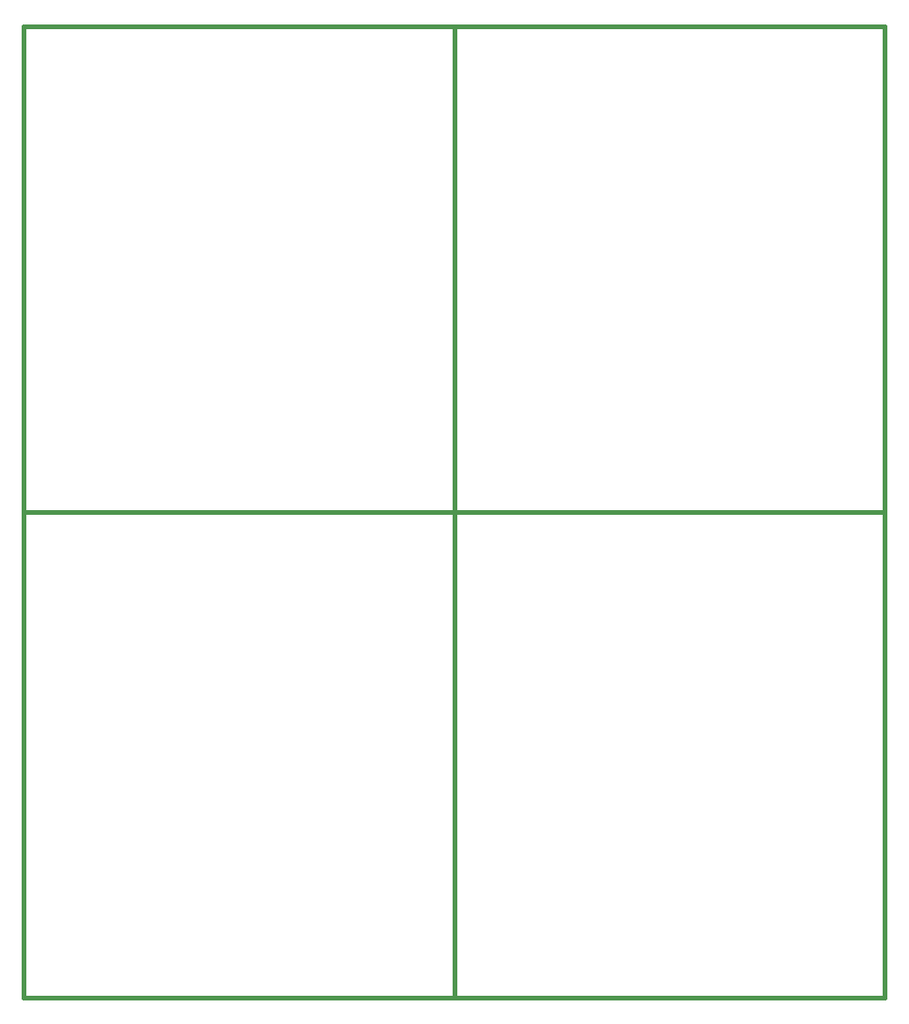
<source format=gbr>
%FSLAX34Y34*%
%MOMM*%
%LNOUTLINE*%
G71*
G01*
%ADD10C, 0.400*%
%LPD*%
G54D10*
X0Y0D02*
X387350Y0D01*
X387350Y-436562D01*
X0Y-436562D01*
X0Y0D01*
G54D10*
X387350Y0D02*
X774700Y0D01*
X774700Y-436562D01*
X387350Y-436562D01*
X387350Y0D01*
G54D10*
X0Y-436562D02*
X387350Y-436562D01*
X387350Y-873125D01*
X0Y-873125D01*
X0Y-436562D01*
G54D10*
X387350Y-436562D02*
X774700Y-436562D01*
X774700Y-873125D01*
X387350Y-873125D01*
X387350Y-436562D01*
M02*

</source>
